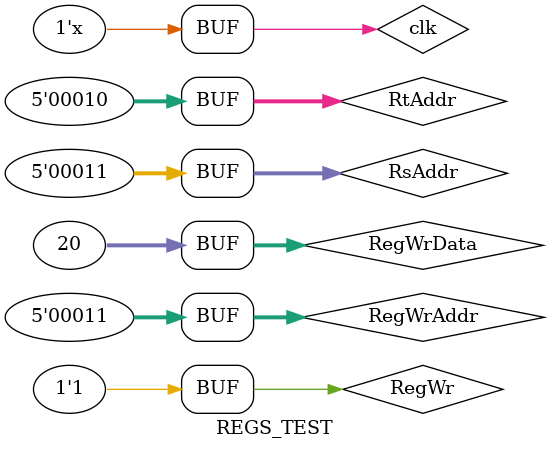
<source format=v>
`timescale 1ns / 1ps


module REGS_TEST();
    reg clk = 1;
    always #5 clk = ~clk;
    wire RegWr;
    assign RegWr = 1;
    reg[4:0] RsAddr,RtAddr,RegWrAddr;
    reg[31:0] RegWrData;
    wire[31:0] RsData,RtData;
    initial
    begin
    RegWrData = 32'h000a;
    RsAddr = 5'd2;
    RtAddr = 5'd1;
    RegWrAddr = 5'd3;
    #10
    RegWrData = 32'h0014;
    RsAddr = 5'd3;
    RtAddr = 5'd2;
    RegWrAddr = 5'd3;
    end
    m_Regs Regs(
    .clk(clk),
    .RegWr(RegWr),
    .RsAddr(RsAddr),
    .RtAddr(RtAddr),
    .RegWrAddr(RegWrAddr),
    .RegWrData(RegWrData),
    .RsData(RsData),
    .RtData(RtData)
    );
  
endmodule

</source>
